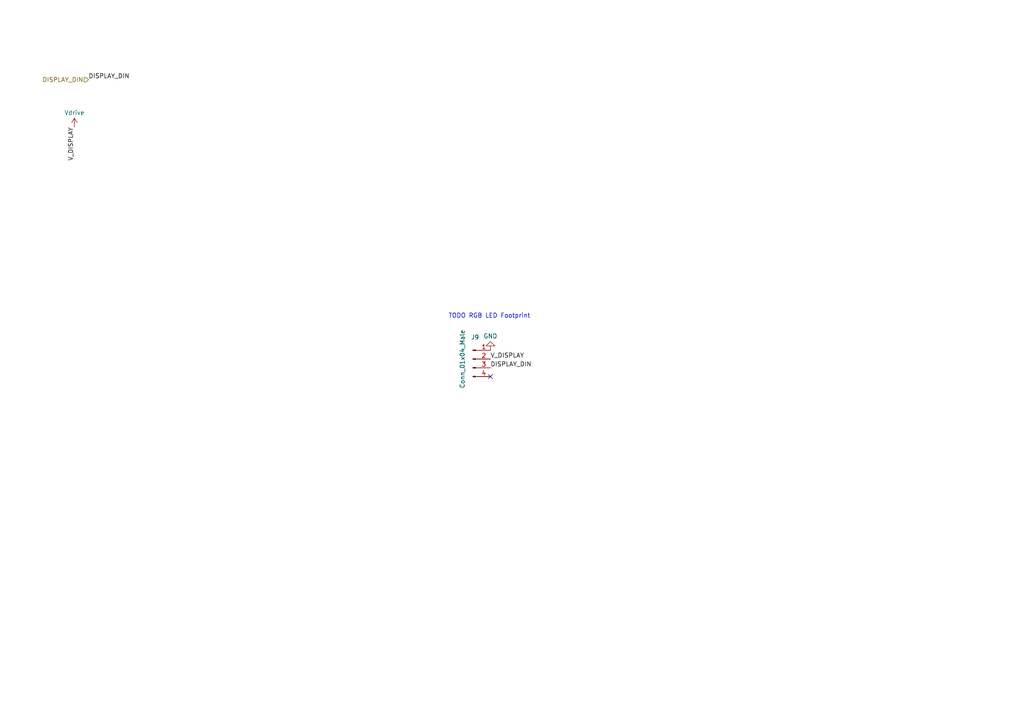
<source format=kicad_sch>
(kicad_sch
	(version 20231120)
	(generator "eeschema")
	(generator_version "8.0")
	(uuid "71933a91-e34c-4c96-a2ac-807d9ac14b9f")
	(paper "A4")
	(lib_symbols
		(symbol "Connector:Conn_01x04_Male"
			(pin_names
				(offset 1.016) hide)
			(exclude_from_sim no)
			(in_bom yes)
			(on_board yes)
			(property "Reference" "J"
				(at 0 5.08 0)
				(effects
					(font
						(size 1.27 1.27)
					)
				)
			)
			(property "Value" "Conn_01x04_Male"
				(at 0 -7.62 0)
				(effects
					(font
						(size 1.27 1.27)
					)
				)
			)
			(property "Footprint" ""
				(at 0 0 0)
				(effects
					(font
						(size 1.27 1.27)
					)
					(hide yes)
				)
			)
			(property "Datasheet" "~"
				(at 0 0 0)
				(effects
					(font
						(size 1.27 1.27)
					)
					(hide yes)
				)
			)
			(property "Description" "Generic connector, single row, 01x04, script generated (kicad-library-utils/schlib/autogen/connector/)"
				(at 0 0 0)
				(effects
					(font
						(size 1.27 1.27)
					)
					(hide yes)
				)
			)
			(property "ki_keywords" "connector"
				(at 0 0 0)
				(effects
					(font
						(size 1.27 1.27)
					)
					(hide yes)
				)
			)
			(property "ki_fp_filters" "Connector*:*_1x??_*"
				(at 0 0 0)
				(effects
					(font
						(size 1.27 1.27)
					)
					(hide yes)
				)
			)
			(symbol "Conn_01x04_Male_1_1"
				(polyline
					(pts
						(xy 1.27 -5.08) (xy 0.8636 -5.08)
					)
					(stroke
						(width 0.1524)
						(type default)
					)
					(fill
						(type none)
					)
				)
				(polyline
					(pts
						(xy 1.27 -2.54) (xy 0.8636 -2.54)
					)
					(stroke
						(width 0.1524)
						(type default)
					)
					(fill
						(type none)
					)
				)
				(polyline
					(pts
						(xy 1.27 0) (xy 0.8636 0)
					)
					(stroke
						(width 0.1524)
						(type default)
					)
					(fill
						(type none)
					)
				)
				(polyline
					(pts
						(xy 1.27 2.54) (xy 0.8636 2.54)
					)
					(stroke
						(width 0.1524)
						(type default)
					)
					(fill
						(type none)
					)
				)
				(rectangle
					(start 0.8636 -4.953)
					(end 0 -5.207)
					(stroke
						(width 0.1524)
						(type default)
					)
					(fill
						(type outline)
					)
				)
				(rectangle
					(start 0.8636 -2.413)
					(end 0 -2.667)
					(stroke
						(width 0.1524)
						(type default)
					)
					(fill
						(type outline)
					)
				)
				(rectangle
					(start 0.8636 0.127)
					(end 0 -0.127)
					(stroke
						(width 0.1524)
						(type default)
					)
					(fill
						(type outline)
					)
				)
				(rectangle
					(start 0.8636 2.667)
					(end 0 2.413)
					(stroke
						(width 0.1524)
						(type default)
					)
					(fill
						(type outline)
					)
				)
				(pin passive line
					(at 5.08 2.54 180)
					(length 3.81)
					(name "Pin_1"
						(effects
							(font
								(size 1.27 1.27)
							)
						)
					)
					(number "1"
						(effects
							(font
								(size 1.27 1.27)
							)
						)
					)
				)
				(pin passive line
					(at 5.08 0 180)
					(length 3.81)
					(name "Pin_2"
						(effects
							(font
								(size 1.27 1.27)
							)
						)
					)
					(number "2"
						(effects
							(font
								(size 1.27 1.27)
							)
						)
					)
				)
				(pin passive line
					(at 5.08 -2.54 180)
					(length 3.81)
					(name "Pin_3"
						(effects
							(font
								(size 1.27 1.27)
							)
						)
					)
					(number "3"
						(effects
							(font
								(size 1.27 1.27)
							)
						)
					)
				)
				(pin passive line
					(at 5.08 -5.08 180)
					(length 3.81)
					(name "Pin_4"
						(effects
							(font
								(size 1.27 1.27)
							)
						)
					)
					(number "4"
						(effects
							(font
								(size 1.27 1.27)
							)
						)
					)
				)
			)
		)
		(symbol "power:GND"
			(power)
			(pin_names
				(offset 0)
			)
			(exclude_from_sim no)
			(in_bom yes)
			(on_board yes)
			(property "Reference" "#PWR"
				(at 0 -6.35 0)
				(effects
					(font
						(size 1.27 1.27)
					)
					(hide yes)
				)
			)
			(property "Value" "GND"
				(at 0 -3.81 0)
				(effects
					(font
						(size 1.27 1.27)
					)
				)
			)
			(property "Footprint" ""
				(at 0 0 0)
				(effects
					(font
						(size 1.27 1.27)
					)
					(hide yes)
				)
			)
			(property "Datasheet" ""
				(at 0 0 0)
				(effects
					(font
						(size 1.27 1.27)
					)
					(hide yes)
				)
			)
			(property "Description" "Power symbol creates a global label with name \"GND\" , ground"
				(at 0 0 0)
				(effects
					(font
						(size 1.27 1.27)
					)
					(hide yes)
				)
			)
			(property "ki_keywords" "power-flag"
				(at 0 0 0)
				(effects
					(font
						(size 1.27 1.27)
					)
					(hide yes)
				)
			)
			(symbol "GND_0_1"
				(polyline
					(pts
						(xy 0 0) (xy 0 -1.27) (xy 1.27 -1.27) (xy 0 -2.54) (xy -1.27 -1.27) (xy 0 -1.27)
					)
					(stroke
						(width 0)
						(type default)
					)
					(fill
						(type none)
					)
				)
			)
			(symbol "GND_1_1"
				(pin power_in line
					(at 0 0 270)
					(length 0) hide
					(name "GND"
						(effects
							(font
								(size 1.27 1.27)
							)
						)
					)
					(number "1"
						(effects
							(font
								(size 1.27 1.27)
							)
						)
					)
				)
			)
		)
		(symbol "power:Vdrive"
			(power)
			(pin_numbers hide)
			(pin_names
				(offset 0) hide)
			(exclude_from_sim no)
			(in_bom yes)
			(on_board yes)
			(property "Reference" "#PWR"
				(at 0 -3.81 0)
				(effects
					(font
						(size 1.27 1.27)
					)
					(hide yes)
				)
			)
			(property "Value" "Vdrive"
				(at 0 3.556 0)
				(effects
					(font
						(size 1.27 1.27)
					)
				)
			)
			(property "Footprint" ""
				(at 0 0 0)
				(effects
					(font
						(size 1.27 1.27)
					)
					(hide yes)
				)
			)
			(property "Datasheet" ""
				(at 0 0 0)
				(effects
					(font
						(size 1.27 1.27)
					)
					(hide yes)
				)
			)
			(property "Description" "Power symbol creates a global label with name \"Vdrive\""
				(at 0 0 0)
				(effects
					(font
						(size 1.27 1.27)
					)
					(hide yes)
				)
			)
			(property "ki_keywords" "global power"
				(at 0 0 0)
				(effects
					(font
						(size 1.27 1.27)
					)
					(hide yes)
				)
			)
			(symbol "Vdrive_0_1"
				(polyline
					(pts
						(xy -0.762 1.27) (xy 0 2.54)
					)
					(stroke
						(width 0)
						(type default)
					)
					(fill
						(type none)
					)
				)
				(polyline
					(pts
						(xy 0 0) (xy 0 2.54)
					)
					(stroke
						(width 0)
						(type default)
					)
					(fill
						(type none)
					)
				)
				(polyline
					(pts
						(xy 0 2.54) (xy 0.762 1.27)
					)
					(stroke
						(width 0)
						(type default)
					)
					(fill
						(type none)
					)
				)
			)
			(symbol "Vdrive_1_1"
				(pin power_in line
					(at 0 0 90)
					(length 0)
					(name "~"
						(effects
							(font
								(size 1.27 1.27)
							)
						)
					)
					(number "1"
						(effects
							(font
								(size 1.27 1.27)
							)
						)
					)
				)
			)
		)
	)
	(no_connect
		(at 142.24 109.22)
		(uuid "e70c7ece-db49-4728-9a57-a2b3d67b8d37")
	)
	(text "TODO RGB LED Footprint\n"
		(exclude_from_sim no)
		(at 130.048 92.456 0)
		(effects
			(font
				(size 1.27 1.27)
			)
			(justify left bottom)
		)
		(uuid "ec4d661e-90f8-48c6-8ba5-9cb994a23876")
	)
	(label "DISPLAY_DIN"
		(at 142.24 106.68 0)
		(fields_autoplaced yes)
		(effects
			(font
				(size 1.27 1.27)
			)
			(justify left bottom)
		)
		(uuid "187a5dc0-ef90-41dd-9f93-07e97f46f904")
	)
	(label "DISPLAY_DIN"
		(at 25.654 23.114 0)
		(fields_autoplaced yes)
		(effects
			(font
				(size 1.27 1.27)
			)
			(justify left bottom)
		)
		(uuid "2d207e8d-a4a7-4fe2-8cf3-ae30f9ea3634")
	)
	(label "V_DISPLAY"
		(at 142.24 104.14 0)
		(fields_autoplaced yes)
		(effects
			(font
				(size 1.27 1.27)
			)
			(justify left bottom)
		)
		(uuid "78f47faa-3e9c-4b2b-8fd1-cbe21ae8c15d")
	)
	(label "V_DISPLAY"
		(at 21.59 36.83 270)
		(fields_autoplaced yes)
		(effects
			(font
				(size 1.27 1.27)
			)
			(justify right bottom)
		)
		(uuid "9120d52f-8d36-48fb-8e37-9f11f7798411")
	)
	(hierarchical_label "DISPLAY_DIN"
		(shape input)
		(at 25.654 23.114 180)
		(fields_autoplaced yes)
		(effects
			(font
				(size 1.27 1.27)
			)
			(justify right)
		)
		(uuid "115bd1c4-3a32-4e39-8b57-aad4b79459be")
	)
	(symbol
		(lib_id "power:Vdrive")
		(at 21.59 36.83 0)
		(unit 1)
		(exclude_from_sim no)
		(in_bom yes)
		(on_board yes)
		(dnp no)
		(fields_autoplaced yes)
		(uuid "1bed78cf-ccac-47dd-911b-6d0e4e44422b")
		(property "Reference" "#PWR05"
			(at 21.59 40.64 0)
			(effects
				(font
					(size 1.27 1.27)
				)
				(hide yes)
			)
		)
		(property "Value" "Vdrive"
			(at 21.59 32.6969 0)
			(effects
				(font
					(size 1.27 1.27)
				)
			)
		)
		(property "Footprint" ""
			(at 21.59 36.83 0)
			(effects
				(font
					(size 1.27 1.27)
				)
				(hide yes)
			)
		)
		(property "Datasheet" ""
			(at 21.59 36.83 0)
			(effects
				(font
					(size 1.27 1.27)
				)
				(hide yes)
			)
		)
		(property "Description" "Power symbol creates a global label with name \"Vdrive\""
			(at 21.59 36.83 0)
			(effects
				(font
					(size 1.27 1.27)
				)
				(hide yes)
			)
		)
		(pin "1"
			(uuid "c4a9ebee-263c-4e77-8516-2021b7abff9d")
		)
		(instances
			(project "MainBoard"
				(path "/dfe0084c-a900-4f47-8966-915ebf3a8e75/8b04ffa1-873f-4cda-b1fe-4981fdbc7b42"
					(reference "#PWR05")
					(unit 1)
				)
			)
		)
	)
	(symbol
		(lib_id "power:GND")
		(at 142.24 101.6 180)
		(unit 1)
		(exclude_from_sim no)
		(in_bom yes)
		(on_board yes)
		(dnp no)
		(fields_autoplaced yes)
		(uuid "2da15875-41de-409f-b64d-9f07cc764484")
		(property "Reference" "#PWR028"
			(at 142.24 95.25 0)
			(effects
				(font
					(size 1.27 1.27)
				)
				(hide yes)
			)
		)
		(property "Value" "GND"
			(at 142.24 97.4669 0)
			(effects
				(font
					(size 1.27 1.27)
				)
			)
		)
		(property "Footprint" ""
			(at 142.24 101.6 0)
			(effects
				(font
					(size 1.27 1.27)
				)
				(hide yes)
			)
		)
		(property "Datasheet" ""
			(at 142.24 101.6 0)
			(effects
				(font
					(size 1.27 1.27)
				)
				(hide yes)
			)
		)
		(property "Description" ""
			(at 142.24 101.6 0)
			(effects
				(font
					(size 1.27 1.27)
				)
				(hide yes)
			)
		)
		(pin "1"
			(uuid "43d1db0f-61d9-47f1-bb76-88a5e95e27e3")
		)
		(instances
			(project "MainBoard"
				(path "/dfe0084c-a900-4f47-8966-915ebf3a8e75/8b04ffa1-873f-4cda-b1fe-4981fdbc7b42"
					(reference "#PWR028")
					(unit 1)
				)
			)
		)
	)
	(symbol
		(lib_id "Connector:Conn_01x04_Male")
		(at 137.16 104.14 0)
		(unit 1)
		(exclude_from_sim no)
		(in_bom yes)
		(on_board yes)
		(dnp no)
		(uuid "ac014ebb-5598-4337-8a25-f62a1f39d769")
		(property "Reference" "J9"
			(at 137.795 97.824 0)
			(effects
				(font
					(size 1.27 1.27)
				)
			)
		)
		(property "Value" "Conn_01x04_Male"
			(at 134.112 104.14 90)
			(effects
				(font
					(size 1.27 1.27)
				)
			)
		)
		(property "Footprint" "Library:RGB_7Segment"
			(at 137.16 104.14 0)
			(effects
				(font
					(size 1.27 1.27)
				)
				(hide yes)
			)
		)
		(property "Datasheet" "~"
			(at 137.16 104.14 0)
			(effects
				(font
					(size 1.27 1.27)
				)
				(hide yes)
			)
		)
		(property "Description" ""
			(at 137.16 104.14 0)
			(effects
				(font
					(size 1.27 1.27)
				)
				(hide yes)
			)
		)
		(pin "1"
			(uuid "7e668988-5b33-4cfd-8f84-265fdac66db4")
		)
		(pin "2"
			(uuid "6f2c4c06-e75c-4dcf-826b-bf87b108c1d2")
		)
		(pin "3"
			(uuid "94dc80e6-fa3a-47bb-b2b4-a5066552c1f3")
		)
		(pin "4"
			(uuid "d7a850d5-b0b8-4f6d-a94e-fbc7ee30e635")
		)
		(instances
			(project ""
				(path "/dfe0084c-a900-4f47-8966-915ebf3a8e75/8b04ffa1-873f-4cda-b1fe-4981fdbc7b42"
					(reference "J9")
					(unit 1)
				)
			)
		)
	)
)

</source>
